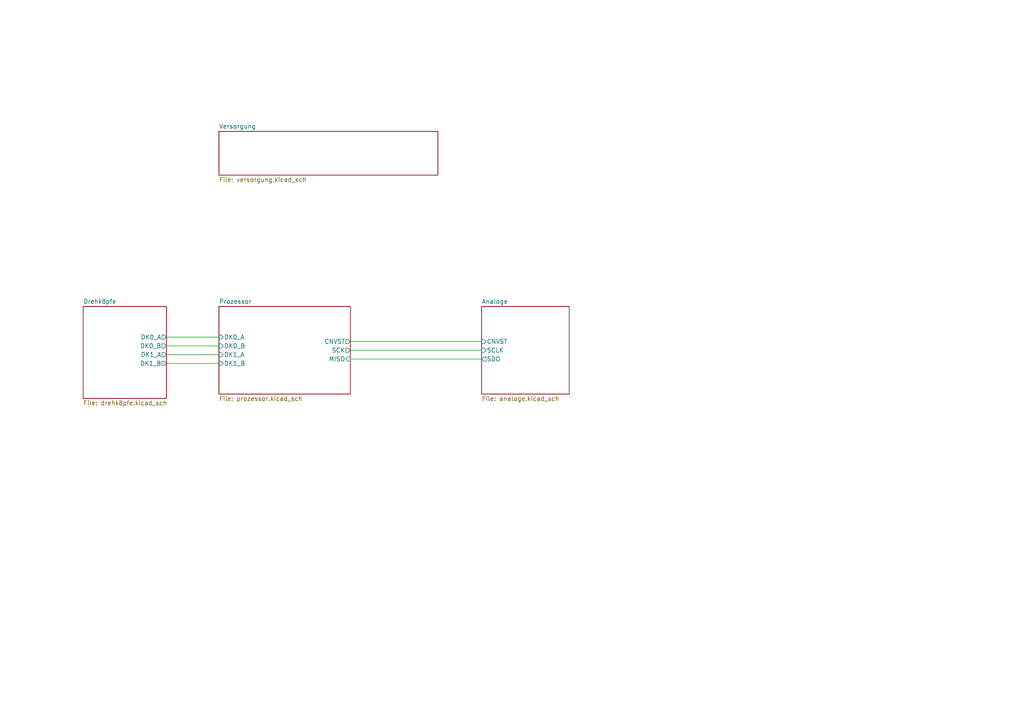
<source format=kicad_sch>
(kicad_sch
	(version 20231120)
	(generator "eeschema")
	(generator_version "8.0")
	(uuid "9d6b5388-6866-448b-b451-206ff9434f11")
	(paper "A4")
	(lib_symbols)
	(wire
		(pts
			(xy 48.26 105.41) (xy 63.5 105.41)
		)
		(stroke
			(width 0)
			(type default)
		)
		(uuid "0643a1cd-6675-4ae2-92a7-d2badd06c1f8")
	)
	(wire
		(pts
			(xy 101.6 101.6) (xy 139.7 101.6)
		)
		(stroke
			(width 0)
			(type default)
		)
		(uuid "22dbf7ad-fbe2-4bf8-ba1b-466cf2027b1d")
	)
	(wire
		(pts
			(xy 101.6 99.06) (xy 139.7 99.06)
		)
		(stroke
			(width 0)
			(type default)
		)
		(uuid "2eb31a11-90fb-4a30-9a2f-0adeadbf9b42")
	)
	(wire
		(pts
			(xy 48.26 100.33) (xy 63.5 100.33)
		)
		(stroke
			(width 0)
			(type default)
		)
		(uuid "761824dd-85b0-46bf-9554-2ab4d56fe358")
	)
	(wire
		(pts
			(xy 101.6 104.14) (xy 139.7 104.14)
		)
		(stroke
			(width 0)
			(type default)
		)
		(uuid "7c073dc1-0508-4194-a178-39af8f7e9a6b")
	)
	(wire
		(pts
			(xy 48.26 97.79) (xy 63.5 97.79)
		)
		(stroke
			(width 0)
			(type default)
		)
		(uuid "9587e3f9-b03b-425b-826a-14a67def90e7")
	)
	(wire
		(pts
			(xy 48.26 102.87) (xy 63.5 102.87)
		)
		(stroke
			(width 0)
			(type default)
		)
		(uuid "aded4e43-46d7-489d-bddd-1dc70a4ed15b")
	)
	(sheet
		(at 139.7 88.9)
		(size 25.4 25.4)
		(fields_autoplaced yes)
		(stroke
			(width 0.1524)
			(type solid)
		)
		(fill
			(color 0 0 0 0.0000)
		)
		(uuid "5ffcffd4-8ec7-4f90-91a8-092b0a4539de")
		(property "Sheetname" "Analoge"
			(at 139.7 88.1884 0)
			(effects
				(font
					(size 1.27 1.27)
				)
				(justify left bottom)
			)
		)
		(property "Sheetfile" "analoge.kicad_sch"
			(at 139.7 114.8846 0)
			(effects
				(font
					(size 1.27 1.27)
				)
				(justify left top)
			)
		)
		(pin "SDO" output
			(at 139.7 104.14 180)
			(effects
				(font
					(size 1.27 1.27)
				)
				(justify left)
			)
			(uuid "42ce1bb9-df8f-4721-a828-1c86485fea9d")
		)
		(pin "SCLK" input
			(at 139.7 101.6 180)
			(effects
				(font
					(size 1.27 1.27)
				)
				(justify left)
			)
			(uuid "48e00704-5ea2-4c03-93fe-420d2a00da15")
		)
		(pin "CNVST" input
			(at 139.7 99.06 180)
			(effects
				(font
					(size 1.27 1.27)
				)
				(justify left)
			)
			(uuid "40bb8b3d-b754-4a6d-a548-32a9adcdf286")
		)
		(instances
			(project "hsa_r0"
				(path "/9d6b5388-6866-448b-b451-206ff9434f11"
					(page "4")
				)
			)
		)
	)
	(sheet
		(at 63.5 38.1)
		(size 63.5 12.7)
		(fields_autoplaced yes)
		(stroke
			(width 0.1524)
			(type solid)
		)
		(fill
			(color 0 0 0 0.0000)
		)
		(uuid "7bfaaf10-ffd6-4375-a9ad-9c52125e7727")
		(property "Sheetname" "Versorgung"
			(at 63.5 37.3884 0)
			(effects
				(font
					(size 1.27 1.27)
				)
				(justify left bottom)
			)
		)
		(property "Sheetfile" "versorgung.kicad_sch"
			(at 63.5 51.3846 0)
			(effects
				(font
					(size 1.27 1.27)
				)
				(justify left top)
			)
		)
		(instances
			(project "hsa_r0"
				(path "/9d6b5388-6866-448b-b451-206ff9434f11"
					(page "3")
				)
			)
		)
	)
	(sheet
		(at 24.13 88.9)
		(size 24.13 26.67)
		(fields_autoplaced yes)
		(stroke
			(width 0.1524)
			(type solid)
		)
		(fill
			(color 0 0 0 0.0000)
		)
		(uuid "e443b5d2-c074-46d6-b1c6-3b61140bd6d1")
		(property "Sheetname" "Drehköpfe"
			(at 24.13 88.1884 0)
			(effects
				(font
					(size 1.27 1.27)
				)
				(justify left bottom)
			)
		)
		(property "Sheetfile" "drehköpfe.kicad_sch"
			(at 24.13 116.1546 0)
			(effects
				(font
					(size 1.27 1.27)
				)
				(justify left top)
			)
		)
		(pin "DK1_A" output
			(at 48.26 102.87 0)
			(effects
				(font
					(size 1.27 1.27)
				)
				(justify right)
			)
			(uuid "ccdf2c99-801e-4a17-b2f6-f6fbca629bcb")
		)
		(pin "DK1_B" output
			(at 48.26 105.41 0)
			(effects
				(font
					(size 1.27 1.27)
				)
				(justify right)
			)
			(uuid "3166f1ea-6add-4831-b247-994812fed3ff")
		)
		(pin "DK0_B" output
			(at 48.26 100.33 0)
			(effects
				(font
					(size 1.27 1.27)
				)
				(justify right)
			)
			(uuid "a04380a1-6700-42c2-816e-218320a03cad")
		)
		(pin "DK0_A" output
			(at 48.26 97.79 0)
			(effects
				(font
					(size 1.27 1.27)
				)
				(justify right)
			)
			(uuid "8d1b4204-5991-4405-8af7-05f6215b3f4d")
		)
		(instances
			(project "hsa_r0"
				(path "/9d6b5388-6866-448b-b451-206ff9434f11"
					(page "5")
				)
			)
		)
	)
	(sheet
		(at 63.5 88.9)
		(size 38.1 25.4)
		(fields_autoplaced yes)
		(stroke
			(width 0.1524)
			(type solid)
		)
		(fill
			(color 0 0 0 0.0000)
		)
		(uuid "ff1b90f9-bbae-4ea8-beec-f09598b06e89")
		(property "Sheetname" "Prozessor"
			(at 63.5 88.1884 0)
			(effects
				(font
					(size 1.27 1.27)
				)
				(justify left bottom)
			)
		)
		(property "Sheetfile" "prozessor.kicad_sch"
			(at 63.5 114.8846 0)
			(effects
				(font
					(size 1.27 1.27)
				)
				(justify left top)
			)
		)
		(pin "SCK" output
			(at 101.6 101.6 0)
			(effects
				(font
					(size 1.27 1.27)
				)
				(justify right)
			)
			(uuid "b9b12216-447e-4d71-aab5-645df01ff290")
		)
		(pin "MISO" input
			(at 101.6 104.14 0)
			(effects
				(font
					(size 1.27 1.27)
				)
				(justify right)
			)
			(uuid "9316b7a0-535f-44b7-92c1-8ae03436d48d")
		)
		(pin "CNVST" output
			(at 101.6 99.06 0)
			(effects
				(font
					(size 1.27 1.27)
				)
				(justify right)
			)
			(uuid "edc071d3-6451-4749-bf3f-5e028215423a")
		)
		(pin "DK0_A" input
			(at 63.5 97.79 180)
			(effects
				(font
					(size 1.27 1.27)
				)
				(justify left)
			)
			(uuid "02e663a5-79db-4165-b087-d4bc50be059d")
		)
		(pin "DK1_A" input
			(at 63.5 102.87 180)
			(effects
				(font
					(size 1.27 1.27)
				)
				(justify left)
			)
			(uuid "ab896104-7e32-425c-b35c-95c1f11140f7")
		)
		(pin "DK0_B" input
			(at 63.5 100.33 180)
			(effects
				(font
					(size 1.27 1.27)
				)
				(justify left)
			)
			(uuid "eb31ff74-8d76-4d11-8300-857af6ef7f0d")
		)
		(pin "DK1_B" input
			(at 63.5 105.41 180)
			(effects
				(font
					(size 1.27 1.27)
				)
				(justify left)
			)
			(uuid "09448e51-e7a1-4aff-bd1f-f366ad72db63")
		)
		(instances
			(project "hsa_r0"
				(path "/9d6b5388-6866-448b-b451-206ff9434f11"
					(page "2")
				)
			)
		)
	)
	(sheet_instances
		(path "/"
			(page "1")
		)
	)
)

</source>
